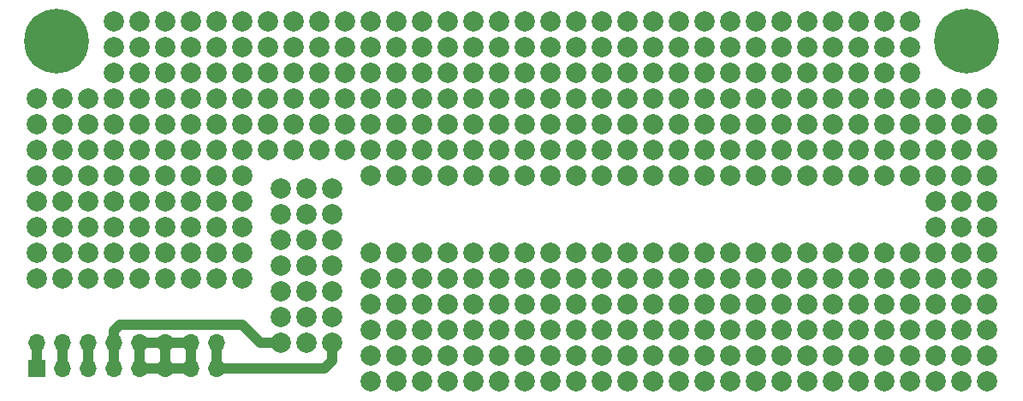
<source format=gbr>
G04 #@! TF.GenerationSoftware,KiCad,Pcbnew,(5.1.4)-1*
G04 #@! TF.CreationDate,2020-01-19T21:47:34+01:00*
G04 #@! TF.ProjectId,EuroHelper,4575726f-4865-46c7-9065-722e6b696361,rev?*
G04 #@! TF.SameCoordinates,Original*
G04 #@! TF.FileFunction,Copper,L2,Bot*
G04 #@! TF.FilePolarity,Positive*
%FSLAX46Y46*%
G04 Gerber Fmt 4.6, Leading zero omitted, Abs format (unit mm)*
G04 Created by KiCad (PCBNEW (5.1.4)-1) date 2020-01-19 21:47:34*
%MOMM*%
%LPD*%
G04 APERTURE LIST*
%ADD10C,1.998980*%
%ADD11C,6.400000*%
%ADD12O,1.700000X1.700000*%
%ADD13R,1.700000X1.700000*%
%ADD14C,1.000000*%
G04 APERTURE END LIST*
D10*
X93472000Y-59690000D03*
X90932000Y-59690000D03*
X88392000Y-59690000D03*
X85852000Y-59690000D03*
X83312000Y-59690000D03*
X93472000Y-57150000D03*
X90932000Y-57150000D03*
X88392000Y-57150000D03*
X85852000Y-57150000D03*
X83312000Y-57150000D03*
X93472000Y-54610000D03*
X90932000Y-54610000D03*
X88392000Y-54610000D03*
X85852000Y-54610000D03*
X83312000Y-72390000D03*
X80772000Y-72390000D03*
X78232000Y-72390000D03*
X75692000Y-72390000D03*
X73152000Y-72390000D03*
X70612000Y-72390000D03*
X68072000Y-72390000D03*
X65532000Y-72390000D03*
X62992000Y-72390000D03*
X83312000Y-69850000D03*
X80772000Y-69850000D03*
X78232000Y-69850000D03*
X75692000Y-69850000D03*
X73152000Y-69850000D03*
X70612000Y-69850000D03*
X68072000Y-69850000D03*
X65532000Y-69850000D03*
X62992000Y-69850000D03*
X83312000Y-67310000D03*
X80772000Y-67310000D03*
X78232000Y-67310000D03*
X75692000Y-67310000D03*
X73152000Y-67310000D03*
X70612000Y-67310000D03*
X68072000Y-67310000D03*
X65532000Y-67310000D03*
X62992000Y-67310000D03*
X83312000Y-64770000D03*
X80772000Y-64770000D03*
X78232000Y-64770000D03*
X75692000Y-64770000D03*
X73152000Y-64770000D03*
X70612000Y-64770000D03*
X68072000Y-64770000D03*
X65532000Y-64770000D03*
X62992000Y-64770000D03*
X83312000Y-62230000D03*
X80772000Y-62230000D03*
X78232000Y-62230000D03*
X75692000Y-62230000D03*
X73152000Y-62230000D03*
X70612000Y-62230000D03*
X68072000Y-62230000D03*
X65532000Y-62230000D03*
X62992000Y-62230000D03*
X80772000Y-59690000D03*
X78232000Y-59690000D03*
X75692000Y-59690000D03*
X73152000Y-59690000D03*
X70612000Y-59690000D03*
X68072000Y-59690000D03*
X65532000Y-59690000D03*
X62992000Y-59690000D03*
X80772000Y-57150000D03*
X78232000Y-57150000D03*
X75692000Y-57150000D03*
X73152000Y-57150000D03*
X70612000Y-57150000D03*
X68072000Y-57150000D03*
X65532000Y-57150000D03*
X62992000Y-57150000D03*
X83312000Y-54610000D03*
X80772000Y-54610000D03*
X78232000Y-54610000D03*
X75692000Y-54610000D03*
X73152000Y-54610000D03*
X70612000Y-54610000D03*
X68072000Y-54610000D03*
X65532000Y-54610000D03*
X62992000Y-54610000D03*
X87122000Y-71145400D03*
X93472000Y-52095400D03*
X90932000Y-52095400D03*
X88392000Y-52095400D03*
X85852000Y-52095400D03*
X83312000Y-52095400D03*
X80772000Y-52095400D03*
X78232000Y-52095400D03*
X75692000Y-52095400D03*
X73152000Y-52095400D03*
X70612000Y-52095400D03*
X93472000Y-49555400D03*
X90932000Y-49555400D03*
X88392000Y-49555400D03*
X85852000Y-49555400D03*
X83312000Y-49555400D03*
X80772000Y-49555400D03*
X78232000Y-49555400D03*
X75692000Y-49555400D03*
X73152000Y-49555400D03*
X70612000Y-49555400D03*
X93472000Y-47015400D03*
X90932000Y-47015400D03*
X88392000Y-47015400D03*
X85852000Y-47015400D03*
X83312000Y-47015400D03*
X80772000Y-47015400D03*
X78232000Y-47015400D03*
X75692000Y-47015400D03*
X73152000Y-47015400D03*
X70612000Y-47015400D03*
X156972000Y-62230000D03*
X154432000Y-62230000D03*
X151892000Y-62230000D03*
X156972000Y-59690000D03*
X154432000Y-59690000D03*
X151892000Y-59690000D03*
X156972000Y-57150000D03*
X154432000Y-57150000D03*
X151892000Y-57150000D03*
X156972000Y-54610000D03*
X154432000Y-54610000D03*
X151892000Y-54610000D03*
X149352000Y-52070000D03*
X146812000Y-52070000D03*
X144272000Y-52070000D03*
X141732000Y-52070000D03*
X139192000Y-52070000D03*
X136652000Y-52070000D03*
X134112000Y-52070000D03*
X131572000Y-52070000D03*
X129032000Y-52070000D03*
X126492000Y-52070000D03*
X123952000Y-52070000D03*
X121412000Y-52070000D03*
X118872000Y-52070000D03*
X116332000Y-52070000D03*
X113792000Y-52070000D03*
X111252000Y-52070000D03*
X108712000Y-52070000D03*
X106172000Y-52070000D03*
X103632000Y-52070000D03*
X101092000Y-52070000D03*
X98552000Y-52070000D03*
X96012000Y-52070000D03*
X149352000Y-49530000D03*
X146812000Y-49530000D03*
X144272000Y-49530000D03*
X141732000Y-49530000D03*
X139192000Y-49530000D03*
X136652000Y-49530000D03*
X134112000Y-49530000D03*
X131572000Y-49530000D03*
X129032000Y-49530000D03*
X126492000Y-49530000D03*
X123952000Y-49530000D03*
X121412000Y-49530000D03*
X118872000Y-49530000D03*
X116332000Y-49530000D03*
X113792000Y-49530000D03*
X111252000Y-49530000D03*
X108712000Y-49530000D03*
X106172000Y-49530000D03*
X103632000Y-49530000D03*
X101092000Y-49530000D03*
X98552000Y-49530000D03*
X96012000Y-49530000D03*
X149352000Y-46990000D03*
X146812000Y-46990000D03*
X144272000Y-46990000D03*
X141732000Y-46990000D03*
X139192000Y-46990000D03*
X136652000Y-46990000D03*
X134112000Y-46990000D03*
X131572000Y-46990000D03*
X129032000Y-46990000D03*
X126492000Y-46990000D03*
X123952000Y-46990000D03*
X121412000Y-46990000D03*
X118872000Y-46990000D03*
X116332000Y-46990000D03*
X113792000Y-46990000D03*
X111252000Y-46990000D03*
X108712000Y-46990000D03*
X106172000Y-46990000D03*
X103632000Y-46990000D03*
X101092000Y-46990000D03*
X98552000Y-46990000D03*
X96012000Y-46990000D03*
X156972000Y-82575400D03*
X154432000Y-82575400D03*
X151892000Y-82575400D03*
X149352000Y-82575400D03*
X146812000Y-82575400D03*
X144272000Y-82575400D03*
X141732000Y-82575400D03*
X139192000Y-82575400D03*
X136652000Y-82575400D03*
X134112000Y-82575400D03*
X131572000Y-82575400D03*
X129032000Y-82575400D03*
X126492000Y-82575400D03*
X123952000Y-82575400D03*
X121412000Y-82575400D03*
X118872000Y-82575400D03*
X116332000Y-82575400D03*
X113792000Y-82575400D03*
X111252000Y-82575400D03*
X108712000Y-82575400D03*
X106172000Y-82575400D03*
X103632000Y-82575400D03*
X101092000Y-82575400D03*
X98552000Y-82575400D03*
X96012000Y-82575400D03*
X156972000Y-80035400D03*
X154432000Y-80035400D03*
X151892000Y-80035400D03*
X149352000Y-80035400D03*
X146812000Y-80035400D03*
X144272000Y-80035400D03*
X141732000Y-80035400D03*
X139192000Y-80035400D03*
X136652000Y-80035400D03*
X134112000Y-80035400D03*
X131572000Y-80035400D03*
X129032000Y-80035400D03*
X126492000Y-80035400D03*
X123952000Y-80035400D03*
X121412000Y-80035400D03*
X118872000Y-80035400D03*
X116332000Y-80035400D03*
X113792000Y-80035400D03*
X111252000Y-80035400D03*
X108712000Y-80035400D03*
X106172000Y-80035400D03*
X103632000Y-80035400D03*
X101092000Y-80035400D03*
X98552000Y-80035400D03*
X96012000Y-80035400D03*
X156972000Y-77495400D03*
X154432000Y-77495400D03*
X151892000Y-77495400D03*
X149352000Y-77495400D03*
X146812000Y-77495400D03*
X144272000Y-77495400D03*
X141732000Y-77495400D03*
X139192000Y-77495400D03*
X136652000Y-77495400D03*
X134112000Y-77495400D03*
X131572000Y-77495400D03*
X129032000Y-77495400D03*
X126492000Y-77495400D03*
X123952000Y-77495400D03*
X121412000Y-77495400D03*
X118872000Y-77495400D03*
X116332000Y-77495400D03*
X113792000Y-77495400D03*
X111252000Y-77495400D03*
X108712000Y-77495400D03*
X106172000Y-77495400D03*
X103632000Y-77495400D03*
X101092000Y-77495400D03*
X98552000Y-77495400D03*
X149352000Y-54610000D03*
X146812000Y-54610000D03*
X144272000Y-54610000D03*
X141732000Y-54610000D03*
X139192000Y-54610000D03*
X136652000Y-54610000D03*
X134112000Y-54610000D03*
X131572000Y-54610000D03*
X129032000Y-54610000D03*
X126492000Y-54610000D03*
X123952000Y-54610000D03*
X121412000Y-54610000D03*
X118872000Y-54610000D03*
X116332000Y-54610000D03*
X113792000Y-54610000D03*
X111252000Y-54610000D03*
X108712000Y-54610000D03*
X106172000Y-54610000D03*
X103632000Y-54610000D03*
X101092000Y-54610000D03*
X98552000Y-54610000D03*
X96012000Y-54610000D03*
X92202000Y-78765400D03*
X89662000Y-78765400D03*
X87122000Y-78765400D03*
X92202000Y-76225400D03*
X89662000Y-76225400D03*
X156972000Y-74955400D03*
X154432000Y-74955400D03*
X151892000Y-74955400D03*
X156972000Y-72415400D03*
X154432000Y-72415400D03*
X151892000Y-72415400D03*
X156972000Y-69875400D03*
X154432000Y-69875400D03*
X92202000Y-73685400D03*
X89662000Y-73685400D03*
X92202000Y-71145400D03*
X89662000Y-71145400D03*
X92202000Y-68605400D03*
X96012000Y-77495400D03*
X149352000Y-74955400D03*
X146812000Y-74955400D03*
X144272000Y-74955400D03*
X141732000Y-74955400D03*
X139192000Y-74955400D03*
X136652000Y-74955400D03*
X134112000Y-74955400D03*
X131572000Y-74955400D03*
X129032000Y-74955400D03*
X126492000Y-74955400D03*
X123952000Y-74955400D03*
X121412000Y-74955400D03*
X118872000Y-74955400D03*
X116332000Y-74955400D03*
X113792000Y-74955400D03*
X111252000Y-74955400D03*
X108712000Y-74955400D03*
X106172000Y-74955400D03*
X103632000Y-74955400D03*
X101092000Y-74955400D03*
X98552000Y-74955400D03*
X96012000Y-74955400D03*
X151892000Y-69875400D03*
X156972000Y-67335400D03*
X154432000Y-67335400D03*
X151892000Y-67335400D03*
X156972000Y-64795400D03*
X154432000Y-64795400D03*
X151892000Y-64795400D03*
D11*
X155000000Y-49000000D03*
X65000000Y-49000000D03*
D10*
X87122000Y-76225400D03*
X149352000Y-72415400D03*
X146812000Y-72415400D03*
X144272000Y-72415400D03*
X141732000Y-72415400D03*
X139192000Y-72415400D03*
X136652000Y-72415400D03*
X134112000Y-72415400D03*
X131572000Y-72415400D03*
X129032000Y-72415400D03*
X126492000Y-72415400D03*
X123952000Y-72415400D03*
X121412000Y-72415400D03*
X118872000Y-72415400D03*
X116332000Y-72415400D03*
X113792000Y-72415400D03*
X111252000Y-72415400D03*
X108712000Y-72415400D03*
X106172000Y-72415400D03*
X103632000Y-72415400D03*
X101092000Y-72415400D03*
X98552000Y-72415400D03*
X96012000Y-72415400D03*
X87122000Y-73685400D03*
X149352000Y-69875400D03*
X146812000Y-69875400D03*
X144272000Y-69875400D03*
X141732000Y-69875400D03*
X139192000Y-69875400D03*
X136652000Y-69875400D03*
X134112000Y-69875400D03*
X131572000Y-69875400D03*
X129032000Y-69875400D03*
X126492000Y-69875400D03*
X123952000Y-69875400D03*
X121412000Y-69875400D03*
X118872000Y-69875400D03*
X116332000Y-69875400D03*
X113792000Y-69875400D03*
X111252000Y-69875400D03*
X108712000Y-69875400D03*
X106172000Y-69875400D03*
X103632000Y-69875400D03*
X101092000Y-69875400D03*
X98552000Y-69875400D03*
X96012000Y-69875400D03*
X149352000Y-62255400D03*
X146812000Y-62255400D03*
X144272000Y-62255400D03*
X141732000Y-62255400D03*
X139192000Y-62255400D03*
X136652000Y-62255400D03*
X134112000Y-62255400D03*
X131572000Y-62255400D03*
X129032000Y-62255400D03*
X126492000Y-62255400D03*
X123952000Y-62255400D03*
X121412000Y-62255400D03*
X118872000Y-62255400D03*
X116332000Y-62255400D03*
X113792000Y-62255400D03*
X111252000Y-62255400D03*
X108712000Y-62255400D03*
X106172000Y-62255400D03*
X103632000Y-62255400D03*
X101092000Y-62255400D03*
X98552000Y-62255400D03*
X96012000Y-62255400D03*
X89662000Y-68605400D03*
X87122000Y-68605400D03*
X149352000Y-59715400D03*
X146812000Y-59715400D03*
X144272000Y-59715400D03*
X141732000Y-59715400D03*
X139192000Y-59715400D03*
X136652000Y-59715400D03*
X134112000Y-59715400D03*
X131572000Y-59715400D03*
X129032000Y-59715400D03*
X126492000Y-59715400D03*
X123952000Y-59715400D03*
X121412000Y-59715400D03*
X118872000Y-59715400D03*
X116332000Y-59715400D03*
X113792000Y-59715400D03*
X111252000Y-59715400D03*
X108712000Y-59715400D03*
X106172000Y-59715400D03*
X103632000Y-59715400D03*
X101092000Y-59715400D03*
X98552000Y-59715400D03*
X96012000Y-59715400D03*
X92202000Y-66065400D03*
X89662000Y-66065400D03*
X87122000Y-66065400D03*
X149352000Y-57175400D03*
X146812000Y-57175400D03*
X144272000Y-57175400D03*
X141732000Y-57175400D03*
X139192000Y-57175400D03*
X136652000Y-57175400D03*
X134112000Y-57175400D03*
X131572000Y-57175400D03*
X129032000Y-57175400D03*
X126492000Y-57175400D03*
X123952000Y-57175400D03*
X121412000Y-57175400D03*
X118872000Y-57175400D03*
X116332000Y-57175400D03*
X113792000Y-57175400D03*
X111252000Y-57175400D03*
X108712000Y-57175400D03*
X106172000Y-57175400D03*
X103632000Y-57175400D03*
X101092000Y-57175400D03*
X98552000Y-57175400D03*
X96012000Y-57175400D03*
X92202000Y-63525400D03*
X89662000Y-63525400D03*
X87122000Y-63525400D03*
D12*
X80780000Y-78778000D03*
X80780000Y-81318000D03*
X78240000Y-78778000D03*
X78240000Y-81318000D03*
X75700000Y-78778000D03*
X75700000Y-81318000D03*
X73160000Y-78778000D03*
X73160000Y-81318000D03*
X70620000Y-78778000D03*
X70620000Y-81318000D03*
X68080000Y-78778000D03*
X68080000Y-81318000D03*
X65540000Y-78778000D03*
X65540000Y-81318000D03*
X63000000Y-78778000D03*
D13*
X63000000Y-81318000D03*
D14*
X63000000Y-81318000D02*
X63000000Y-78778000D01*
X65540000Y-81318000D02*
X65540000Y-78778000D01*
X68080000Y-81318000D02*
X68080000Y-78778000D01*
X70620000Y-81318000D02*
X70620000Y-78778000D01*
X73160000Y-81318000D02*
X73160000Y-78778000D01*
X75700000Y-81318000D02*
X75700000Y-78778000D01*
X78240000Y-81318000D02*
X78240000Y-78778000D01*
X78240000Y-78778000D02*
X75700000Y-78778000D01*
X75700000Y-78778000D02*
X73160000Y-78778000D01*
X73160000Y-81318000D02*
X75700000Y-81318000D01*
X78240000Y-81318000D02*
X75700000Y-81318000D01*
X80780000Y-81318000D02*
X80780000Y-78778000D01*
X92202000Y-80518000D02*
X92202000Y-78765400D01*
X91440000Y-81280000D02*
X92202000Y-80518000D01*
X82020081Y-81280000D02*
X91440000Y-81280000D01*
X80780000Y-81318000D02*
X81982081Y-81318000D01*
X81982081Y-81318000D02*
X82020081Y-81280000D01*
X85115400Y-78765400D02*
X87122000Y-78765400D01*
X83312000Y-76962000D02*
X85115400Y-78765400D01*
X71233919Y-76962000D02*
X83312000Y-76962000D01*
X70620000Y-78778000D02*
X70620000Y-77575919D01*
X70620000Y-77575919D02*
X71233919Y-76962000D01*
M02*

</source>
